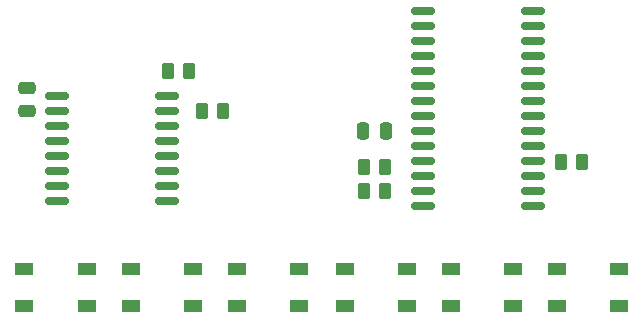
<source format=gtp>
%TF.GenerationSoftware,KiCad,Pcbnew,7.0.5-0*%
%TF.CreationDate,2023-12-27T11:16:32-05:00*%
%TF.ProjectId,nixie,6e697869-652e-46b6-9963-61645f706362,rev?*%
%TF.SameCoordinates,Original*%
%TF.FileFunction,Paste,Top*%
%TF.FilePolarity,Positive*%
%FSLAX46Y46*%
G04 Gerber Fmt 4.6, Leading zero omitted, Abs format (unit mm)*
G04 Created by KiCad (PCBNEW 7.0.5-0) date 2023-12-27 11:16:32*
%MOMM*%
%LPD*%
G01*
G04 APERTURE LIST*
G04 Aperture macros list*
%AMRoundRect*
0 Rectangle with rounded corners*
0 $1 Rounding radius*
0 $2 $3 $4 $5 $6 $7 $8 $9 X,Y pos of 4 corners*
0 Add a 4 corners polygon primitive as box body*
4,1,4,$2,$3,$4,$5,$6,$7,$8,$9,$2,$3,0*
0 Add four circle primitives for the rounded corners*
1,1,$1+$1,$2,$3*
1,1,$1+$1,$4,$5*
1,1,$1+$1,$6,$7*
1,1,$1+$1,$8,$9*
0 Add four rect primitives between the rounded corners*
20,1,$1+$1,$2,$3,$4,$5,0*
20,1,$1+$1,$4,$5,$6,$7,0*
20,1,$1+$1,$6,$7,$8,$9,0*
20,1,$1+$1,$8,$9,$2,$3,0*%
G04 Aperture macros list end*
%ADD10RoundRect,0.150000X-0.875000X-0.150000X0.875000X-0.150000X0.875000X0.150000X-0.875000X0.150000X0*%
%ADD11RoundRect,0.250000X0.250000X0.475000X-0.250000X0.475000X-0.250000X-0.475000X0.250000X-0.475000X0*%
%ADD12R,1.550000X1.000000*%
%ADD13RoundRect,0.250000X-0.262500X-0.450000X0.262500X-0.450000X0.262500X0.450000X-0.262500X0.450000X0*%
%ADD14RoundRect,0.250000X0.262500X0.450000X-0.262500X0.450000X-0.262500X-0.450000X0.262500X-0.450000X0*%
%ADD15RoundRect,0.250000X0.475000X-0.250000X0.475000X0.250000X-0.475000X0.250000X-0.475000X-0.250000X0*%
G04 APERTURE END LIST*
D10*
%TO.C,IC6*%
X131062000Y-125020000D03*
X131062000Y-126290000D03*
X131062000Y-127560000D03*
X131062000Y-128830000D03*
X131062000Y-130100000D03*
X131062000Y-131370000D03*
X131062000Y-132640000D03*
X131062000Y-133910000D03*
X140362000Y-133910000D03*
X140362000Y-132640000D03*
X140362000Y-131370000D03*
X140362000Y-130100000D03*
X140362000Y-128830000D03*
X140362000Y-127560000D03*
X140362000Y-126290000D03*
X140362000Y-125020000D03*
%TD*%
D11*
%TO.C,C7*%
X158850000Y-128000000D03*
X156950000Y-128000000D03*
%TD*%
D12*
%TO.C,S1*%
X133525000Y-139640000D03*
X128275000Y-139640000D03*
X128275000Y-142840000D03*
X133525000Y-142840000D03*
%TD*%
%TO.C,S5*%
X169625000Y-139640000D03*
X164375000Y-139640000D03*
X164375000Y-142840000D03*
X169625000Y-142840000D03*
%TD*%
D13*
%TO.C,R9*%
X156987500Y-133100000D03*
X158812500Y-133100000D03*
%TD*%
D14*
%TO.C,R5*%
X142212500Y-122900000D03*
X140387500Y-122900000D03*
%TD*%
D12*
%TO.C,S3*%
X151550000Y-139640000D03*
X146300000Y-139640000D03*
X146300000Y-142840000D03*
X151550000Y-142840000D03*
%TD*%
%TO.C,S6*%
X178650000Y-139640000D03*
X173400000Y-139640000D03*
X173400000Y-142840000D03*
X178650000Y-142840000D03*
%TD*%
D15*
%TO.C,C5*%
X128500000Y-126250000D03*
X128500000Y-124350000D03*
%TD*%
D13*
%TO.C,R10*%
X156987500Y-131000000D03*
X158812500Y-131000000D03*
%TD*%
D10*
%TO.C,IC5*%
X162025000Y-117830000D03*
X162025000Y-119100000D03*
X162025000Y-120370000D03*
X162025000Y-121640000D03*
X162025000Y-122910000D03*
X162025000Y-124180000D03*
X162025000Y-125450000D03*
X162025000Y-126720000D03*
X162025000Y-127990000D03*
X162025000Y-129260000D03*
X162025000Y-130530000D03*
X162025000Y-131800000D03*
X162025000Y-133070000D03*
X162025000Y-134340000D03*
X171325000Y-134340000D03*
X171325000Y-133070000D03*
X171325000Y-131800000D03*
X171325000Y-130530000D03*
X171325000Y-129260000D03*
X171325000Y-127990000D03*
X171325000Y-126720000D03*
X171325000Y-125450000D03*
X171325000Y-124180000D03*
X171325000Y-122910000D03*
X171325000Y-121640000D03*
X171325000Y-120370000D03*
X171325000Y-119100000D03*
X171325000Y-117830000D03*
%TD*%
D13*
%TO.C,R11*%
X173687500Y-130600000D03*
X175512500Y-130600000D03*
%TD*%
D12*
%TO.C,S2*%
X142550000Y-139640000D03*
X137300000Y-139640000D03*
X137300000Y-142840000D03*
X142550000Y-142840000D03*
%TD*%
D13*
%TO.C,R6*%
X143287500Y-126300000D03*
X145112500Y-126300000D03*
%TD*%
D12*
%TO.C,S4*%
X160625000Y-139640000D03*
X155375000Y-139640000D03*
X155375000Y-142840000D03*
X160625000Y-142840000D03*
%TD*%
M02*

</source>
